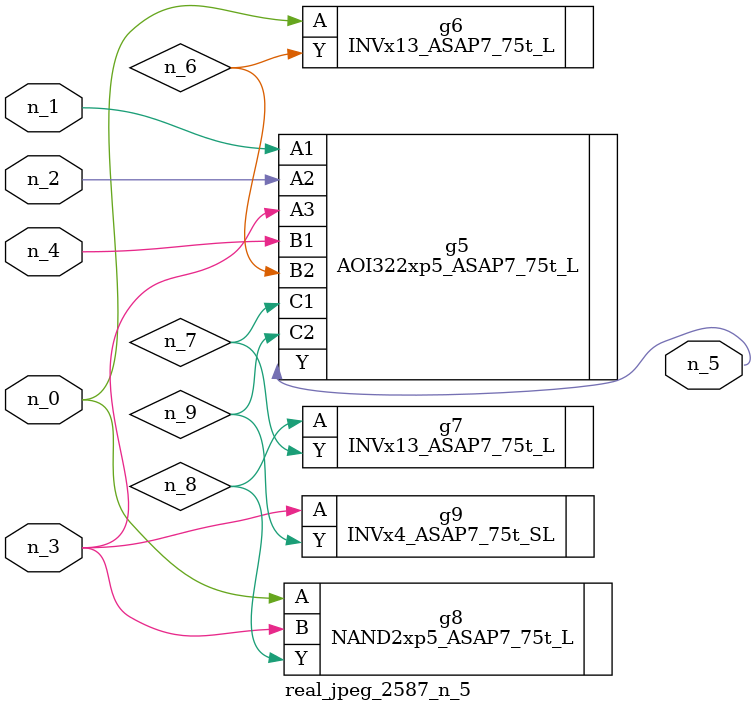
<source format=v>
module real_jpeg_2587_n_5 (n_4, n_0, n_1, n_2, n_3, n_5);

input n_4;
input n_0;
input n_1;
input n_2;
input n_3;

output n_5;

wire n_8;
wire n_6;
wire n_7;
wire n_9;

INVx13_ASAP7_75t_L g6 ( 
.A(n_0),
.Y(n_6)
);

NAND2xp5_ASAP7_75t_L g8 ( 
.A(n_0),
.B(n_3),
.Y(n_8)
);

AOI322xp5_ASAP7_75t_L g5 ( 
.A1(n_1),
.A2(n_2),
.A3(n_3),
.B1(n_4),
.B2(n_6),
.C1(n_7),
.C2(n_9),
.Y(n_5)
);

INVx4_ASAP7_75t_SL g9 ( 
.A(n_3),
.Y(n_9)
);

INVx13_ASAP7_75t_L g7 ( 
.A(n_8),
.Y(n_7)
);


endmodule
</source>
